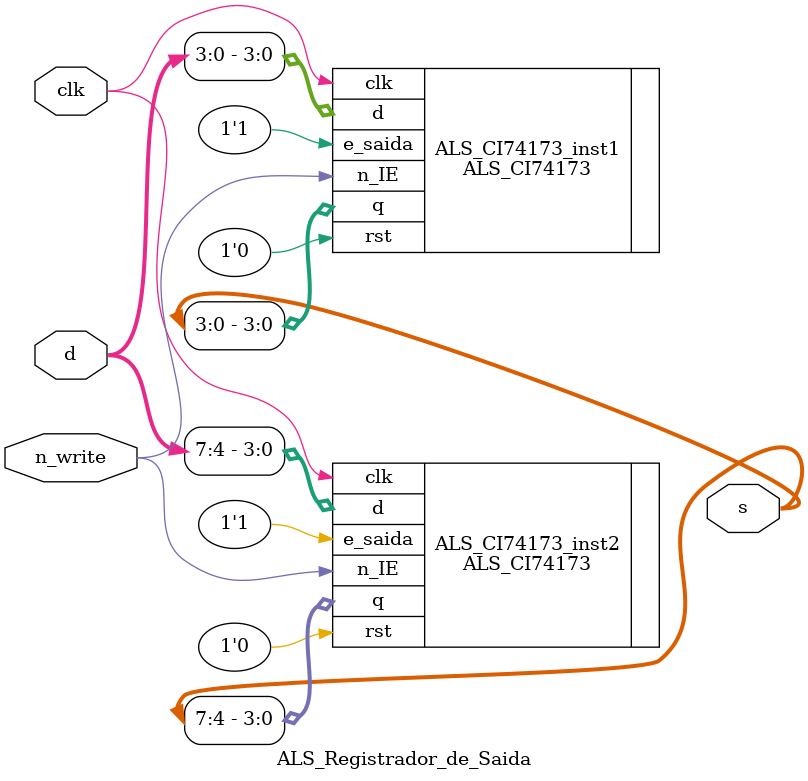
<source format=v>
module ALS_Registrador_de_Saida (
  input [7:0] d,
  input clk,
  input n_write,
  output [7:0] s
);
  
  ALS_CI74173 ALS_CI74173_inst1 (
    .d(d[3:0]),
    .clk(clk),
    .rst(1'b0),
    .n_IE(n_write),
    .e_saida(1'b1),
    .q(s[3:0])
  );

  ALS_CI74173 ALS_CI74173_inst2 (
    .d(d[7:4]),
    .clk(clk),
    .rst(1'b0),
    .n_IE(n_write),
    .e_saida(1'b1),
    .q(s[7:4])
  );
endmodule 

</source>
